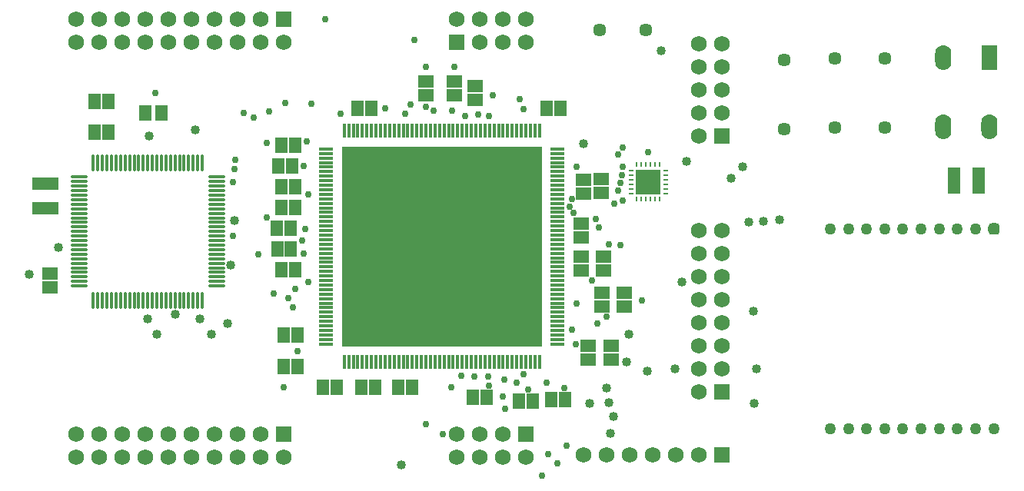
<source format=gts>
G04 Layer_Color=8388736*
%FSLAX25Y25*%
%MOIN*%
G70*
G01*
G75*
%ADD20R,0.00984X0.02362*%
%ADD21R,0.02362X0.00984*%
%ADD22R,0.11024X0.11024*%
%ADD30C,0.04000*%
%ADD32C,0.03000*%
%ADD42O,0.07290X0.01581*%
%ADD43O,0.01581X0.07290*%
%ADD44R,0.06512X0.05331*%
%ADD45R,0.05331X0.06512*%
%ADD46R,0.87014X0.87014*%
%ADD47O,0.01581X0.06109*%
%ADD48O,0.06109X0.01581*%
%ADD49R,0.11236X0.05331*%
%ADD50R,0.05331X0.11236*%
%ADD51R,0.05724X0.06512*%
%ADD52C,0.06906*%
%ADD53R,0.06906X0.06906*%
%ADD54R,0.07000X0.11000*%
%ADD55O,0.07000X0.11000*%
%ADD56R,0.06906X0.06906*%
%ADD57C,0.05724*%
%ADD58C,0.05000*%
G04:AMPARAMS|DCode=59|XSize=50mil|YSize=50mil|CornerRadius=15mil|HoleSize=0mil|Usage=FLASHONLY|Rotation=270.000|XOffset=0mil|YOffset=0mil|HoleType=Round|Shape=RoundedRectangle|*
%AMROUNDEDRECTD59*
21,1,0.05000,0.02000,0,0,270.0*
21,1,0.02000,0.05000,0,0,270.0*
1,1,0.03000,-0.01000,-0.01000*
1,1,0.03000,-0.01000,0.01000*
1,1,0.03000,0.01000,0.01000*
1,1,0.03000,0.01000,-0.01000*
%
%ADD59ROUNDEDRECTD59*%
D20*
X269579Y127520D02*
D03*
X271547D02*
D03*
X273516D02*
D03*
X275484D02*
D03*
X277453D02*
D03*
X279421D02*
D03*
Y142480D02*
D03*
X277453D02*
D03*
X275484D02*
D03*
X273516D02*
D03*
X271547D02*
D03*
X269579D02*
D03*
D21*
X281980Y130079D02*
D03*
Y132047D02*
D03*
Y134016D02*
D03*
Y135984D02*
D03*
Y137953D02*
D03*
Y139921D02*
D03*
X267020D02*
D03*
Y137953D02*
D03*
Y135984D02*
D03*
Y134016D02*
D03*
Y132047D02*
D03*
X267000Y130000D02*
D03*
D22*
X274500Y135000D02*
D03*
D30*
X286000Y54000D02*
D03*
X315500Y141500D02*
D03*
X310500Y136500D02*
D03*
X291000Y144000D02*
D03*
X289000Y91500D02*
D03*
X167500Y12297D02*
D03*
X256500Y45658D02*
D03*
X249000Y39000D02*
D03*
X257547Y39094D02*
D03*
X273953Y53000D02*
D03*
X259500Y33203D02*
D03*
X258000Y26000D02*
D03*
X320000Y79000D02*
D03*
X58000Y155000D02*
D03*
X80000Y75563D02*
D03*
X92000Y73500D02*
D03*
X57500Y75563D02*
D03*
X61437Y69000D02*
D03*
X6000Y95000D02*
D03*
X85000Y69000D02*
D03*
X78000Y157500D02*
D03*
X18668Y106610D02*
D03*
X94923Y118421D02*
D03*
X69311Y77641D02*
D03*
X93500Y99009D02*
D03*
X246500Y151453D02*
D03*
X280000Y192000D02*
D03*
X331299Y118500D02*
D03*
X324500Y118000D02*
D03*
X318250Y117750D02*
D03*
X320406Y39000D02*
D03*
X321371Y54077D02*
D03*
X266000Y69000D02*
D03*
X265000Y57000D02*
D03*
D32*
X211500Y41842D02*
D03*
X271677Y83677D02*
D03*
X243394Y82394D02*
D03*
X241500Y127669D02*
D03*
X243500Y141500D02*
D03*
X242000Y121500D02*
D03*
X259658Y125500D02*
D03*
X262500Y134500D02*
D03*
X261280Y147000D02*
D03*
X263500Y150000D02*
D03*
X250000Y92250D02*
D03*
X256410Y76488D02*
D03*
X252500Y73500D02*
D03*
X243000Y64705D02*
D03*
X193500Y50996D02*
D03*
X189000Y46000D02*
D03*
X200902Y164138D02*
D03*
X189500Y166079D02*
D03*
X195000Y163500D02*
D03*
X181500Y166000D02*
D03*
X178050Y167500D02*
D03*
X190500Y185000D02*
D03*
X178050D02*
D03*
X171500Y168500D02*
D03*
X169000Y164500D02*
D03*
X125000Y104000D02*
D03*
X124500Y109563D02*
D03*
X127250Y129638D02*
D03*
X126500Y152500D02*
D03*
X125000Y142000D02*
D03*
X141000Y164563D02*
D03*
X120513Y80500D02*
D03*
X118500Y84500D02*
D03*
X121500Y88500D02*
D03*
X127000Y91750D02*
D03*
X112000Y86500D02*
D03*
X122453Y61500D02*
D03*
X109000Y152000D02*
D03*
X94500Y135000D02*
D03*
X95000Y140500D02*
D03*
X109000Y119703D02*
D03*
X94500Y111500D02*
D03*
X105453Y103453D02*
D03*
X134500Y205500D02*
D03*
X220499Y51500D02*
D03*
X185500Y25500D02*
D03*
X241500Y71000D02*
D03*
X207000Y172500D02*
D03*
X160500Y167000D02*
D03*
X240500Y124250D02*
D03*
X125750Y114750D02*
D03*
X178000Y30000D02*
D03*
X205000Y50500D02*
D03*
X257500Y108000D02*
D03*
X220272Y166500D02*
D03*
X218649Y170982D02*
D03*
X116500Y46000D02*
D03*
X95500Y144500D02*
D03*
X205500Y163500D02*
D03*
X261500Y131217D02*
D03*
X263500Y141500D02*
D03*
X263000Y138000D02*
D03*
X128500Y169000D02*
D03*
X173000Y196500D02*
D03*
X117132Y169132D02*
D03*
X110000Y165516D02*
D03*
X103500Y163000D02*
D03*
X99000Y165000D02*
D03*
X274500Y148000D02*
D03*
X199000Y50500D02*
D03*
X238999Y20466D02*
D03*
X212500Y36500D02*
D03*
X205500Y46500D02*
D03*
X222500Y45000D02*
D03*
X212189Y49250D02*
D03*
X217500Y48000D02*
D03*
X262500Y107500D02*
D03*
X251652Y119000D02*
D03*
X253000Y115328D02*
D03*
X60866Y173500D02*
D03*
X228500Y7500D02*
D03*
X235000Y13000D02*
D03*
X231000Y17000D02*
D03*
X230500Y47953D02*
D03*
X263500Y127000D02*
D03*
X238000Y45500D02*
D03*
D42*
X87323Y137122D02*
D03*
Y135153D02*
D03*
Y133185D02*
D03*
Y131217D02*
D03*
Y129248D02*
D03*
Y127279D02*
D03*
Y125311D02*
D03*
Y123343D02*
D03*
Y121374D02*
D03*
Y119405D02*
D03*
Y117437D02*
D03*
Y115469D02*
D03*
Y113500D02*
D03*
Y111531D02*
D03*
Y109563D02*
D03*
Y107595D02*
D03*
Y105626D02*
D03*
Y103657D02*
D03*
Y101689D02*
D03*
Y99721D02*
D03*
Y97752D02*
D03*
Y95784D02*
D03*
Y93815D02*
D03*
Y91847D02*
D03*
Y89878D02*
D03*
X27677D02*
D03*
Y91847D02*
D03*
Y93815D02*
D03*
Y95784D02*
D03*
Y97752D02*
D03*
Y99721D02*
D03*
Y101689D02*
D03*
Y103657D02*
D03*
Y105626D02*
D03*
Y107595D02*
D03*
Y109563D02*
D03*
Y111531D02*
D03*
Y113500D02*
D03*
Y115469D02*
D03*
Y117437D02*
D03*
Y119405D02*
D03*
Y121374D02*
D03*
Y123343D02*
D03*
Y125311D02*
D03*
Y127279D02*
D03*
Y129248D02*
D03*
Y131217D02*
D03*
Y133185D02*
D03*
Y135153D02*
D03*
Y137122D02*
D03*
D43*
X81122Y83677D02*
D03*
X79154D02*
D03*
X77185D02*
D03*
X75217D02*
D03*
X73248D02*
D03*
X71280D02*
D03*
X69311D02*
D03*
X67343D02*
D03*
X65374D02*
D03*
X63406D02*
D03*
X61437D02*
D03*
X59469D02*
D03*
X57500D02*
D03*
X55532D02*
D03*
X53563D02*
D03*
X51595D02*
D03*
X49626D02*
D03*
X47657D02*
D03*
X45689D02*
D03*
X43720D02*
D03*
X41752D02*
D03*
X39783D02*
D03*
X37815D02*
D03*
X35846D02*
D03*
X33878D02*
D03*
Y143323D02*
D03*
X35846D02*
D03*
X37815D02*
D03*
X39783D02*
D03*
X41752D02*
D03*
X43720D02*
D03*
X45689D02*
D03*
X47657D02*
D03*
X49626D02*
D03*
X51595D02*
D03*
X53563D02*
D03*
X55532D02*
D03*
X57500D02*
D03*
X59469D02*
D03*
X61437D02*
D03*
X63406D02*
D03*
X65374D02*
D03*
X67343D02*
D03*
X69311D02*
D03*
X71280D02*
D03*
X73248D02*
D03*
X75217D02*
D03*
X77185D02*
D03*
X79154D02*
D03*
X81122D02*
D03*
D44*
X245500Y102453D02*
D03*
Y96547D02*
D03*
X199500Y170547D02*
D03*
Y176453D02*
D03*
X15000Y95189D02*
D03*
Y89284D02*
D03*
X178000Y172547D02*
D03*
Y178453D02*
D03*
X190500Y172547D02*
D03*
Y178453D02*
D03*
X246500Y135953D02*
D03*
Y130047D02*
D03*
X254000Y136138D02*
D03*
Y130232D02*
D03*
X245500Y116953D02*
D03*
Y111047D02*
D03*
X255000Y102453D02*
D03*
Y96547D02*
D03*
X254500Y86815D02*
D03*
Y80910D02*
D03*
X264205Y86953D02*
D03*
Y81047D02*
D03*
X248500Y63953D02*
D03*
Y58047D02*
D03*
X258500Y63953D02*
D03*
Y58047D02*
D03*
D45*
X232547Y40500D02*
D03*
X238453D02*
D03*
X121453Y97000D02*
D03*
X115547D02*
D03*
X119500Y106000D02*
D03*
X113594D02*
D03*
X121453Y124000D02*
D03*
X115547D02*
D03*
X121453Y133000D02*
D03*
X115547D02*
D03*
X120085Y142000D02*
D03*
X114179D02*
D03*
X230547Y167000D02*
D03*
X236453D02*
D03*
X40453Y156500D02*
D03*
X34547D02*
D03*
X34547Y170000D02*
D03*
X40453D02*
D03*
X115547Y151000D02*
D03*
X121453D02*
D03*
X154453Y167000D02*
D03*
X148547D02*
D03*
X122453Y55000D02*
D03*
X116547D02*
D03*
X122453Y68500D02*
D03*
X116547D02*
D03*
X139453Y46000D02*
D03*
X133547D02*
D03*
X155953D02*
D03*
X150047D02*
D03*
X171953D02*
D03*
X166047D02*
D03*
X119453Y115000D02*
D03*
X113547D02*
D03*
X218547Y39783D02*
D03*
X224453D02*
D03*
X198547Y41500D02*
D03*
X204453D02*
D03*
D46*
X185000Y107000D02*
D03*
D47*
X227323Y157098D02*
D03*
X225354D02*
D03*
X223386D02*
D03*
X221417D02*
D03*
X219449D02*
D03*
X217480D02*
D03*
X215512D02*
D03*
X213543D02*
D03*
X211575D02*
D03*
X209606D02*
D03*
X207638D02*
D03*
X205669D02*
D03*
X203701D02*
D03*
X201732D02*
D03*
X199764D02*
D03*
X197795D02*
D03*
X195827D02*
D03*
X193858D02*
D03*
X191890D02*
D03*
X189921D02*
D03*
X187953D02*
D03*
X185984D02*
D03*
X184016D02*
D03*
X182047D02*
D03*
X180079D02*
D03*
X178110D02*
D03*
X176142D02*
D03*
X174173D02*
D03*
X172205D02*
D03*
X170236D02*
D03*
X168268D02*
D03*
X166299D02*
D03*
X164331D02*
D03*
X162362D02*
D03*
X160394D02*
D03*
X158425D02*
D03*
X156457D02*
D03*
X154488D02*
D03*
X152520D02*
D03*
X150551D02*
D03*
X148583D02*
D03*
X146614D02*
D03*
X144646D02*
D03*
X142677D02*
D03*
Y56902D02*
D03*
X144646D02*
D03*
X146614D02*
D03*
X148583D02*
D03*
X150551D02*
D03*
X152520D02*
D03*
X154488D02*
D03*
X156457D02*
D03*
X158425D02*
D03*
X160394D02*
D03*
X162362D02*
D03*
X164331D02*
D03*
X166299D02*
D03*
X168268D02*
D03*
X170236D02*
D03*
X172205D02*
D03*
X174173D02*
D03*
X176142D02*
D03*
X178110D02*
D03*
X180079D02*
D03*
X182047D02*
D03*
X184016D02*
D03*
X185984D02*
D03*
X187953D02*
D03*
X189921D02*
D03*
X191890D02*
D03*
X193858D02*
D03*
X195827D02*
D03*
X197795D02*
D03*
X199764D02*
D03*
X201732D02*
D03*
X203701D02*
D03*
X205669D02*
D03*
X207638D02*
D03*
X209606D02*
D03*
X211575D02*
D03*
X213543D02*
D03*
X215512D02*
D03*
X217480D02*
D03*
X219449D02*
D03*
X221417D02*
D03*
X223386D02*
D03*
X225354D02*
D03*
X227323D02*
D03*
D48*
X134902Y149323D02*
D03*
Y147354D02*
D03*
Y145386D02*
D03*
Y143417D02*
D03*
Y141449D02*
D03*
Y139480D02*
D03*
Y137512D02*
D03*
Y135543D02*
D03*
Y133575D02*
D03*
Y131606D02*
D03*
Y129638D02*
D03*
Y127669D02*
D03*
Y125701D02*
D03*
Y123732D02*
D03*
Y121764D02*
D03*
Y119795D02*
D03*
Y117827D02*
D03*
Y115858D02*
D03*
Y113890D02*
D03*
Y111921D02*
D03*
Y109953D02*
D03*
Y107984D02*
D03*
Y106016D02*
D03*
Y104047D02*
D03*
Y102079D02*
D03*
Y100110D02*
D03*
Y98142D02*
D03*
Y96173D02*
D03*
Y94205D02*
D03*
Y92236D02*
D03*
Y90268D02*
D03*
Y88299D02*
D03*
Y86331D02*
D03*
Y84362D02*
D03*
Y82394D02*
D03*
Y80425D02*
D03*
Y78457D02*
D03*
Y76488D02*
D03*
Y74520D02*
D03*
Y72551D02*
D03*
Y70583D02*
D03*
Y68614D02*
D03*
Y66646D02*
D03*
Y64677D02*
D03*
X235098D02*
D03*
Y66646D02*
D03*
Y68614D02*
D03*
Y70583D02*
D03*
Y72551D02*
D03*
Y74520D02*
D03*
Y76488D02*
D03*
Y78457D02*
D03*
Y80425D02*
D03*
Y82394D02*
D03*
Y84362D02*
D03*
Y86331D02*
D03*
Y88299D02*
D03*
Y90268D02*
D03*
Y92236D02*
D03*
Y94205D02*
D03*
Y96173D02*
D03*
Y98142D02*
D03*
Y100110D02*
D03*
Y102079D02*
D03*
Y104047D02*
D03*
Y106016D02*
D03*
Y107984D02*
D03*
Y109953D02*
D03*
Y111921D02*
D03*
Y113890D02*
D03*
Y115858D02*
D03*
Y117827D02*
D03*
Y119795D02*
D03*
Y121764D02*
D03*
Y123732D02*
D03*
Y125701D02*
D03*
Y127669D02*
D03*
Y129638D02*
D03*
Y131606D02*
D03*
Y133575D02*
D03*
Y135543D02*
D03*
Y137512D02*
D03*
Y139480D02*
D03*
Y141449D02*
D03*
Y143417D02*
D03*
Y145386D02*
D03*
Y147354D02*
D03*
Y149323D02*
D03*
D49*
X13000Y123685D02*
D03*
Y134315D02*
D03*
D50*
X417815Y135543D02*
D03*
X407185D02*
D03*
D51*
X63543Y165000D02*
D03*
X56457D02*
D03*
D52*
X221500Y205500D02*
D03*
Y195500D02*
D03*
X211500Y205500D02*
D03*
Y195500D02*
D03*
X201500Y205500D02*
D03*
Y195500D02*
D03*
X191500Y205500D02*
D03*
Y15500D02*
D03*
Y25500D02*
D03*
X201500Y15500D02*
D03*
Y25500D02*
D03*
X211500Y15500D02*
D03*
Y25500D02*
D03*
X221500Y15500D02*
D03*
X296500Y195000D02*
D03*
Y185000D02*
D03*
Y175000D02*
D03*
Y165000D02*
D03*
Y155000D02*
D03*
X306500Y195000D02*
D03*
Y185000D02*
D03*
Y175000D02*
D03*
Y165000D02*
D03*
X296500Y114000D02*
D03*
Y104000D02*
D03*
Y94000D02*
D03*
Y84000D02*
D03*
Y74000D02*
D03*
Y64000D02*
D03*
Y54000D02*
D03*
Y44000D02*
D03*
X306500Y114000D02*
D03*
Y104000D02*
D03*
Y94000D02*
D03*
Y84000D02*
D03*
Y74000D02*
D03*
Y64000D02*
D03*
Y54000D02*
D03*
X106500Y25500D02*
D03*
X96500D02*
D03*
X86500D02*
D03*
X76500D02*
D03*
X66500D02*
D03*
X56500D02*
D03*
X46500D02*
D03*
X36500D02*
D03*
X26500D02*
D03*
X116500Y15500D02*
D03*
X106500D02*
D03*
X96500D02*
D03*
X86500D02*
D03*
X76500D02*
D03*
X66500D02*
D03*
X56500D02*
D03*
X46500D02*
D03*
X36500D02*
D03*
X26500D02*
D03*
X106500Y205500D02*
D03*
X96500D02*
D03*
X86500D02*
D03*
X76500D02*
D03*
X66500D02*
D03*
X56500D02*
D03*
X46500D02*
D03*
X36500D02*
D03*
X26500D02*
D03*
X116500Y195500D02*
D03*
X106500D02*
D03*
X96500D02*
D03*
X86500D02*
D03*
X76500D02*
D03*
X66500D02*
D03*
X56500D02*
D03*
X46500D02*
D03*
X36500D02*
D03*
X26500D02*
D03*
X286500Y16500D02*
D03*
X296500D02*
D03*
X276500D02*
D03*
X266500D02*
D03*
X256500D02*
D03*
X246500D02*
D03*
D53*
X191500Y195500D02*
D03*
X221500Y25500D02*
D03*
X116500D02*
D03*
Y205500D02*
D03*
X306500Y16500D02*
D03*
D54*
X422500Y189000D02*
D03*
D55*
Y159000D02*
D03*
X402500D02*
D03*
Y189000D02*
D03*
D56*
X306500Y155000D02*
D03*
Y44000D02*
D03*
D57*
X333500Y158000D02*
D03*
Y188000D02*
D03*
X355500Y188500D02*
D03*
Y158500D02*
D03*
X377047Y188500D02*
D03*
Y158500D02*
D03*
X253500Y201000D02*
D03*
X273500D02*
D03*
D58*
X424291Y27886D02*
D03*
X416417D02*
D03*
X408543D02*
D03*
X400669D02*
D03*
X392795D02*
D03*
X384921D02*
D03*
X377047D02*
D03*
X369173D02*
D03*
X361299D02*
D03*
X353425D02*
D03*
Y114500D02*
D03*
X361299D02*
D03*
X369173D02*
D03*
X377047D02*
D03*
X384921D02*
D03*
X392795D02*
D03*
X400669D02*
D03*
X408543D02*
D03*
X416417D02*
D03*
D59*
X424291D02*
D03*
M02*

</source>
